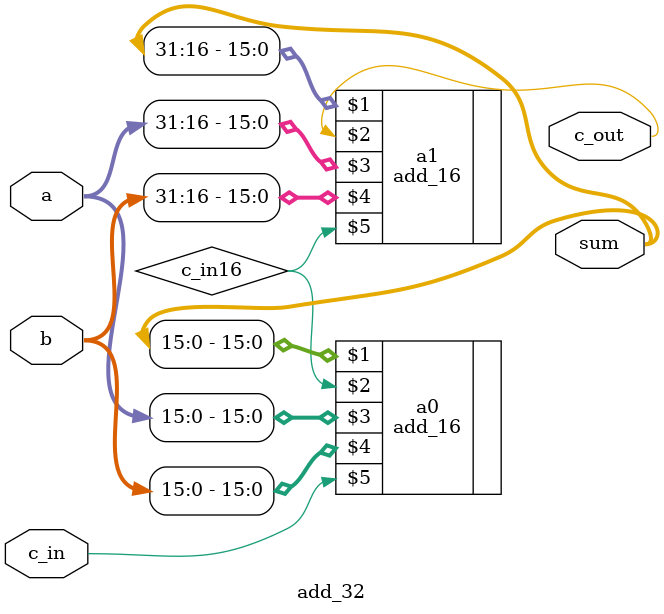
<source format=v>
`timescale 1ns/1ps
`include "add_16.v"
module add_32(
    output [31:0] sum,
    output c_out,
    input [31:0] a,
    input [31:0] b,
    input c_in
);

wire c_in16;

add_16 a0 (sum[15:0], c_in16, a[15:0], b[15:0], c_in);
add_16 a1 (sum[31:16], c_out, a[31:16], b[31:16], c_in16);

endmodule
</source>
